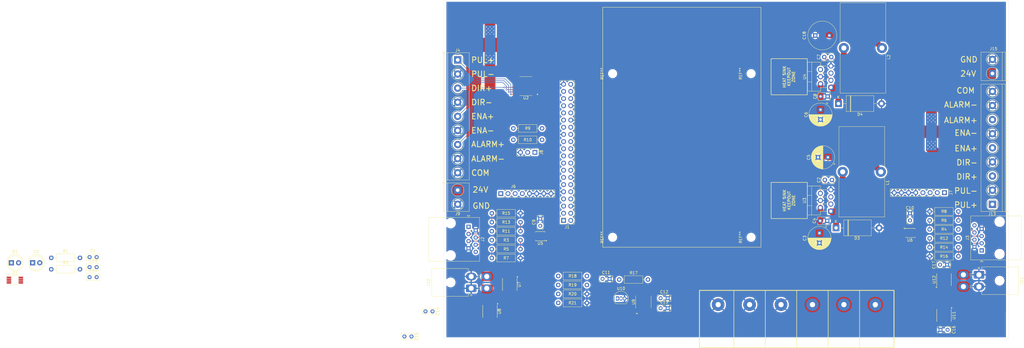
<source format=kicad_pcb>
(kicad_pcb (version 20240108) (generator "pcbnew") (generator_version "8.0")
  (layers (0 "F.Cu" signal) (31 "B.Cu" signal) (34 "B.Paste" user) (35 "F.Paste" user) (36 "B.SilkS" user "B.Silkscreen") (37 "F.SilkS" user "F.Silkscreen") (38 "B.Mask" user) (39 "F.Mask" user) (44 "Edge.Cuts" user))
  (net 0 "")
  (net 1 "+5V")
  (net 2 "Net-(D3-K)")
  (net 3 "Net-(U3-CB)")
  (net 4 "+24V")
  (net 5 "+12V")
  (net 6 "Net-(D4-K)")
  (net 7 "Net-(U4-CB)")
  (net 8 "Net-(U10-K)")
  (net 9 "+3.3V")
  (net 10 "Net-(D1-K)")
  (net 11 "LED1")
  (net 12 "LED2")
  (net 13 "Net-(D2-K)")
  (net 14 "SCL_3.3")
  (net 36 "SDA_3.3")
  (net 42 "DSCL1+")
  (net 43 "LIMIT_SW_LL")
  (net 44 "DSCL1-")
  (net 45 "DSDA1+")
  (net 46 "LIMIT_SW_LR")
  (net 47 "DSDA1-")
  (net 48 "DSCL2+")
  (net 49 "DSDA2+")
  (net 50 "LIMIT_SW_RR")
  (net 51 "DSCL2-")
  (net 52 "DSDA2-")
  (net 53 "LIMIT_SW_RL")
  (net 54 "Net-(J4-Pin_1)")
  (net 55 "Net-(J4-Pin_5)")
  (net 56 "Net-(J4-Pin_7)")
  (net 57 "Net-(J4-Pin_3)")
  (net 58 "SDA")
  (net 59 "SCL")
  (net 60 "Net-(J10-Pin_3)")
  (net 61 "Net-(J10-Pin_4)")
  (net 62 "Net-(J11-Pin_3)")
  (net 63 "Net-(J11-Pin_4)")
  (net 64 "Net-(J13-Pin_1)")
  (net 65 "Net-(J13-Pin_5)")
  (net 66 "Net-(J13-Pin_7)")
  (net 67 "Net-(J13-Pin_3)")
  (net 68 "Net-(U9-CH4)")
  (net 69 "Net-(U9-CH5)")
  (net 70 "PUL2+")
  (net 71 "ENA1+")
  (net 72 "ALARM2+")
  (net 73 "PUL1+")
  (net 74 "DIR2+")
  (net 75 "ENA2+")
  (net 76 "DIR1+")
  (net 77 "ALARM1+")
  (net 81 "Net-(U12-VOUT)")
  (net 82 "Net-(U11-VOUT)")
  (net 83 "Net-(U7-VOUT)")
  (net 84 "Net-(U8-VOUT)")
  (net 88 "GND")
  (footprint "TerminalBlock_Phoenix:TerminalBlock_Phoenix_PT-1,5-2-5.0-H_1x02_P5.00mm_Horizontal" (layer "F.Cu") (at 55.88 99.1 -90)
    (property "Reference" "J9")
    (property "Value" "Screw_Terminal_01x02")
  )
  (footprint "Resistor_THT:R_Axial_DIN0207_L6.3mm_D2.5mm_P10.16mm_Horizontal" (layer "F.Cu") (at 113.03 130.795)
    (property "Reference" "R17")
    (property "Value" "904R")
  )
  (footprint "Resistor_THT:R_Axial_DIN0207_L6.3mm_D2.5mm_P10.16mm_Horizontal" (layer "F.Cu") (at 67.945 107.3)
    (property "Reference" "R15")
    (property "Value" "120R")
  )
  (footprint "Resistor_THT:R_Axial_DIN0207_L6.3mm_D2.5mm_P10.16mm_Horizontal" (layer "F.Cu") (at -87.95 127.15)
    (property "Reference" "R2")
    (property "Value" "330R")
  )
  (footprint "Resistor_THT:R_Axial_DIN0207_L6.3mm_D2.5mm_P10.16mm_Horizontal" (layer "F.Cu") (at 67.945 123.175)
    (property "Reference" "R7")
    (property "Value" "120R")
  )
  (footprint "Connector_PinHeader_2.54mm:PinHeader_1x03_P2.54mm_Vertical" (layer "F.Cu") (at 83.185 85.725 -90)
    (property "Reference" "J8")
    (property "Value" "Conn_01x03")
  )
  (footprint "Capacitor_THT:CP_Radial_D8.0mm_P3.50mm" (layer "F.Cu") (at 184.259234 70.590765 -90)
    (property "Reference" "C6")
    (property "Value" "39uF")
  )
  (footprint "Package_TO_SOT_THT:TO-220-7_P2.54x3.7mm_StaggerOdd_Lead3.8mm_Vertical" (layer "F.Cu") (at 187.9122 106.58545 90)
    (property "Reference" "U3")
    (property "Value" "LM2678T-12")
  )
  (footprint "Capacitor_THT:C_Rect_L4.6mm_W2.0mm_P2.50mm_MKS02_FKP02" (layer "F.Cu") (at 127.675 140.955)
    (property "Reference" "C13")
    (property "Value" "1uF")
  )
  (footprint "Capacitor_THT:C_Rect_L4.6mm_W2.0mm_P2.50mm_MKS02_FKP02" (layer "F.Cu") (at 85.09 111.74 90)
    (property "Reference" "C9")
    (property "Value" "0.1uF")
  )
  (footprint "Package_SO:SOIC-8-N7_3.9x4.9mm_P1.27mm" (layer "F.Cu") (at 74.295 132.545 -90)
    (property "Reference" "U7")
    (property "Value" "TMCS1108A3BQDR")
  )
  (footprint "Capacitor_THT:C_Rect_L4.6mm_W2.0mm_P2.50mm_MKS02_FKP02" (layer "F.Cu") (at -74.39 129.95)
    (property "Reference" "C24")
    (property "Value" "0.1uF")
  )
  (footprint "Package_SO:SOIC-8-N7_3.9x4.9mm_P1.27mm" (layer "F.Cu") (at 227.965 143.51 -90)
    (property "Reference" "U11")
    (property "Value" "TMCS1108A3BQDR")
  )
  (footprint "Package_SO:TSSOP-16_4.4x5mm_P0.65mm" (layer "F.Cu") (at 121.565 138.7375 90)
    (property "Reference" "U9")
    (property "Value" "ADS7828")
  )
  (footprint "Capacitor_THT:C_Rect_L4.6mm_W2.0mm_P2.50mm_MKS02_FKP02" (layer "F.Cu") (at 46.97 142.07 180)
    (property "Reference" "C14")
    (property "Value" "0.1uF")
  )
  (footprint "Capacitor_THT:C_Rect_L4.0mm_W2.5mm_P2.50mm" (layer "F.Cu") (at 185.8022 95.48045)
    (property "Reference" "C2")
    (property "Value" "0.01uF")
  )
  (footprint "bh_footprint_library:Terminal_Block_8PCV-06-006" (layer "F.Cu") (at 210.262 134.68 180)
    (property "Reference" "J5")
    (property "Value" "8PCV-06-006")
  )
  (footprint "Capacitor_THT:CP_Radial_D8.0mm_P3.50mm" (layer "F.Cu") (at 186.8822 87.48045 180)
    (property "Reference" "C5")
    (property "Value" "180uF")
  )
  (footprint "Resistor_THT:R_Axial_DIN0207_L6.3mm_D2.5mm_P10.16mm_Horizontal" (layer "F.Cu") (at 75.565 77.215)
    (property "Reference" "R9")
    (property "Value" "10kR")
  )
  (footprint "Capacitor_THT:C_Rect_L4.6mm_W2.0mm_P2.50mm_MKS02_FKP02" (layer "F.Cu") (at 39.525 150.96 180)
    (property "Reference" "C15")
    (property "Value" "0.1uF")
  )
  (footprint "Resistor_THT:R_Axial_DIN0207_L6.3mm_D2.5mm_P10.16mm_Horizontal" (layer "F.Cu") (at 91.44 139.065)
    (property "Reference" "R21")
    (property "Value" "4k")
  )
  (footprint "Connector_PinHeader_2.54mm:PinHeader_1x08_P2.54mm_Vertical" (layer "F.Cu") (at 71.12 100.33 90)
    (property "Reference" "J6")
    (property "Value" "Conn_01x08")
  )
  (footprint "Resistor_THT:R_Axial_DIN0207_L6.3mm_D2.5mm_P10.16mm_Horizontal" (layer "F.Cu") (at 233.045 106.665 180)
    (property "Reference" "R8")
    (property "Value" "120R")
  )
  (footprint "Resistor_THT:R_Axial_DIN0207_L6.3mm_D2.5mm_P10.16mm_Horizontal" (layer "F.Cu") (at 78.105 110.475 180)
    (property "Reference" "R13")
    (property "Value" "600R")
  )
  (footprint "Capacitor_THT:C_Rect_L4.6mm_W2.0mm_P2.50mm_MKS02_FKP02" (layer "F.Cu") (at 107.13 130.545)
    (property "Reference" "C11")
    (property "Value" "0.1uF")
  )
  (footprint "Capacitor_THT:C_Rect_L4.0mm_W2.5mm_P2.50mm" (layer "F.Cu") (at 184.279234 65.893416)
    (property "Reference" "C8")
    (property "Value" "0.1uF")
  )
  (footprint "Package_SO:TSSOP-20_4.4x6.5mm_P0.65mm" (layer "F.Cu") (at 80.01 62.23 180)
    (property "Reference" "U2")
    (property "Value" "TXB0108PW")
  )
  (footprint "Package_SO:VSSOP-8_3x3mm_P0.65mm" (layer "F.Cu") (at -100.82 131)
    (property "Reference" "U1")
    (property "Value" "TCA9517ADGK")
  )
  (footprint "Capacitor_THT:C_Rect_L4.6mm_W2.0mm_P2.50mm_MKS02_FKP02" (layer "F.Cu") (at 215.92 109.84 90)
    (property "Reference" "C10")
    (property "Value" "0.1uF")
  )
  (footprint "Resistor_THT:R_Axial_DIN0207_L6.3mm_D2.5mm_P10.16mm_Horizontal" (layer "F.Cu") (at 67.945 116.825)
    (property "Reference" "R3")
    (property "Value" "120R")
  )
  (footprint "TerminalBlock_Phoenix:TerminalBlock_Phoenix_PT-1,5-2-5.0-H_1x02_P5.00mm_Horizontal" (layer "F.Cu") (at 245.11 57.77 90)
    (property "Reference" "J15")
    (property "Value" "Screw_Terminal_01x02")
  )
  (footprint "MountingHole:MountingHole_2.7mm_M2.5" (layer "F.Cu") (at 110.695 57.82 90)
    (property "Reference" "REF**")
    (property "Value" "MountingHole_2.7mm_M2.5")
  )
  (footprint "Inductor_THT:L_Toroid_Vertical_L31.8mm_W15.9mm_P13.50mm_Bourns_5700" (layer "F.Cu") (at 192.1122 92.61545 90)
    (property "Reference" "L1")
    (property "Value" "33uH")
  )
  (footprint "Resistor_THT:R_Axial_DIN0207_L6.3mm_D2.5mm_P10.16mm_Horizontal" (layer "F.Cu") (at 78.105 120 180)
    (property "Reference" "R5")
    (property "Value" "600R")
  )
  (footprint "Package_TO_SOT_THT:TO-220-7_P2.54x3.7mm_StaggerOdd_Lead3.8mm_Vertical" (layer "F.Cu") (at 187.959234 62.718416 90)
    (property "Reference" "U4")
    (property "Value" "LM2678T-5")
  )
  (footprint "Package_SO:SOIC-8-N7_3.9x4.9mm_P1.27mm" (layer "F.Cu") (at 227.965 130.81 90)
    (property "Reference" "U12")
    (property "Value" "TMCS1108A3BQDR")
  )
  (footprint "Resistor_THT:R_Axial_DIN0207_L6.3mm_D2.5mm_P10.16mm_Horizontal" (layer "F.Cu") (at 67.945 113.65)
    (property "Reference" "R11")
    (property "Value" "120R")
  )
  (footprint "Inductor_THT:L_Toroid_Vertical_L31.8mm_W15.9mm_P13.50mm_Bourns_5700" (layer "F.Cu") (at 192.514234 48.748416 90)
    (property "Reference" "L2")
    (property "Value" "15uH")
  )
  (footprint "MountingHole:MountingHole_2.7mm_M2.5" (layer "F.Cu") (at 159.695 57.82 90)
    (property "Reference" "REF**")
    (property "Value" "MountingHole_2.7mm_M2.5")
  )
  (footprint "Capacitor_THT:C_Rect_L4.0mm_W2.5mm_P2.50mm" (layer "F.Cu") (at 185.569234 51.923416)
    (property "Reference" "C7")
    (property "Value" "0.01uF")
  )
  (footprint "Capacitor_THT:C_Radial_D10.0mm_H12.5mm_P5.00mm" (layer "F.Cu") (at 187.394234 44.303416 180)
    (property "Reference" "C18")
    (property "Value" "330uF")
  )
  (footprint "Connector_PinHeader_2.54mm:PinHeader_1x08_P2.54mm_Vertical" (layer "F.Cu") (at 228.12 100 -90)
    (property "Reference" "J7")
    (property "Value" "Conn_01x08")
  )
  (footprint "Capacitor_THT:C_Rect_L4.6mm_W2.0mm_P2.50mm_MKS02_FKP02" (layer "F.Cu") (at -74.39 126.4)
    (property "Reference" "C23")
    (property "Value" "0.1uF")
  )
  (footprint "Diode_THT:D_DO-27_P15.24mm_Horizontal" (layer "F.Cu") (at 189.7622 112.48045)
    (property "Reference" "D3")
    (property "Value" "D_Schottky")
  )
  (footprint "Connector_RJ:RJ45_Amphenol_54602-x08_Horizontal" (layer "F.Cu") (at 59.71 112.0875 -90)
    (property "Reference" "J2")
    (property "Value" "8P8C_Shielded")
  )
  (footprint "Connector_PinHeader_2.54mm:PinHeader_2x20_P2.54mm_Vertical" (layer "F.Cu") (at 95.885 109.84 180)
    (property "Reference" "J1")
    (property "Value" "Raspberry_Pi_2_3")
  )
  (footprint "Capacitor_THT:CP_Radial_D8.0mm_P3.50mm" (layer "F.Cu") (at 183.8822 114.327799 -90)
    (property "Reference" "C3")
    (property "Value" "82uF")
  )
  (footprint "Resistor_THT:R_Axial_DIN0207_L6.3mm_D2.5mm_P10.16mm_Horizontal" (layer "F.Cu") (at 233.045 113.015 180)
    (property "Reference" "R4")
    (property "Value" "120R")
  )
  (footprint "Connector_Molex:Molex_Mini-Fit_Jr_5569-04A2_2x02_P4.20mm_Horizontal" (layer "F.Cu") (at 240.33 129.09 -90)
    (property "Reference" "J11")
    (property "Value" "Conn_02x02_Top_Bottom")
  )
  (footprint "Package_TO_SOT_THT:TO-92_Inline" (layer "F.Cu") (at 112.395 137.505)
    (property "Reference" "U10")
    (property "Value" "LM4040LP-4.1")
  )
  (footprint "Resistor_THT:R_Axial_DIN0207_L6.3mm_D2.5mm_P10.16mm_Horizontal" (layer "F.Cu") (at 91.44 132.715)
    (property "Reference" "R19")
    (property "Value" "1k")
  )
  (footprint "Package_SO:TSSOP-10_3x3mm_P0.5mm" (layer "F.Cu") (at 216.08174 114.285)
    (property "Reference" "U6")
    (property "Value" "PCA9615DP")
  )
  (footprint "Resistor_THT:R_Axial_DIN0207_L6.3mm_D2.5mm_P10.16mm_Horizontal" (layer "F.Cu") (at -87.95 123.1)
    (property "Reference" "R1")
    (property "Value" "330R")
  )
  (footprint "MountingHole:MountingHole_2.7mm_M2.5" (layer "F.Cu") (at 110.695 115.82 90)
    (property "Reference" "REF**")
    (property "Value" "MountingHole_2.7mm_M2.5")
  )
  (footprint "MountingHole:MountingHole_2.7mm_M2.5" (layer "F.Cu") (at 159.695 115.82 90)
    (property "Reference" "REF**")
    (property "Value" "MountingHole_2.7mm_M2.5")
  )
  (footprint "Connector_Molex:Molex_Mini-Fit_Jr_5569-04A2_2x02_P4.20mm_Horizontal" (layer "F.Cu") (at 60.66 133.9075 90)
    (property "Reference" "J10")
    (property "Value" "Conn_02x02_Top_Bottom")
  )
  (footprint "TerminalBlock_Phoenix:TerminalBlock_Phoenix_PT-1,5-9-5.0-H_1x09_P5.00mm_Horizontal" (layer "F.Cu") (at 55.87 52.95 -90)
    (property "Reference" "J4")
    (property "Value" "Screw_Terminal_01x09")
  )
  (footprint "Connector_RJ:RJ45_Amphenol_54602-x08_Horizontal" (layer "F.Cu") (at 241.28 120.4725 90)
    (property "Reference" "J3")
    (property "Value" "8P8C_Shielded")
  )
  (footprint "Package_SO:SOIC-8-N7_3.9x4.9mm_P1.27mm" (layer "F.Cu") (at 67.31 142.07 -90)
    (property "Reference" "U8")
    (property "Value" "TMCS1108A3BQDR")
  )
  (footprint "LED_THT:LED_D5.0mm_Clear" (layer "F.Cu") (at -102.05 124.85)
    (property "Reference" "D1")
    (property "Value" "LED")
  )
  (footprint "Diode_THT:D_DO-27_P15.24mm_Horizontal" (layer "F.Cu") (at 190.609234 68.433416)
    (property "Reference" "D4")
    (property "Value" "D_Schottky")
  )
  (footprint "Resistor_THT:R_Axial_DIN0207_L6.3mm_D2.5mm_P10.16mm_Horizontal" (layer "F.Cu") (at 233.045 122.54 180)
    (property "Reference" "R16")
    (property "Value" "120R")
  )
  (footprint "Resistor_THT:R_Axial_DIN0207_L6.3mm_D2.5mm_P10.16mm_Horizontal" (layer "F.Cu") (at 222.885 109.84)
    (property "Reference" "R6")
    (property "Value" "600R")
  )
  (footprint "Resistor_THT:R_Axial_DIN0207_L6.3mm_D2.5mm_P10.16mm_Horizontal" (layer "F.Cu") (at 91.44 135.89)
    (property "Reference" "R20")
    (property "Value" "1k")
  )
  (footprint "Resistor_THT:R_Axial_DIN0207_L6.3mm_D2.5mm_P10.16mm_Horizontal" (layer "F.Cu") (at 75.565 81.265)
    (property "Reference" "R10")
    (property "Value" "10kR")
  )
  (footprint "Capacitor_THT:C_Rect_L4.0mm_W2.5mm_P2.50mm" (layer "F.Cu") (at 184.1322 109.98045)
    (property "Reference" "C4")
    (property "Value" "0.1uF")
  )
  (footprint "Resistor_THT:R_Axial_DIN0207_L6.3mm_D2.5mm_P10.16mm_Horizontal" (layer "F.Cu") (at 233.045 116.19 180)
    (property "Reference" "R12")
    (property "Value" "120R")
  )
  (footprint "Capacitor_THT:C_Rect_L4.6mm_W2.0mm_P2.50mm_MKS02_FKP02" (layer "F.Cu") (at 127.675 137.405)
    (property "Reference" "C12")
    (property "Value" "0.1uF")
  )
  (footprint "Capacitor_THT:C_Rect_L4.6mm_W2.0mm_P2.50mm_MKS02_FKP02" (layer "F.Cu") (at 226.584 125.525)
    (property "Reference" "C17")
    (property "Value" "0.1uF")
  )
  (footprint "Resistor_THT:R_Axial_DIN0207_L6.3mm_D2.5mm_P10.16mm_Horizontal" (layer "F.Cu") (at 222.885 119.365)
    (property "Reference" "R14")
    (property "Value" "600R")
  )
  (footprint "Resistor_THT:R_Axial_DIN0207_L6.3mm_D2.5mm_P10.16mm_Horizontal" (layer "F.Cu") (at 91.44 129.54)
    (property "Reference" "R18")
    (property "Value" "3k")
  )
  (footprint "Capacitor_THT:C_Rect_L4.6mm_W2.0mm_P2.50mm_MKS02_FKP02" (layer "F.Cu") (at -74.39 122.85)
    (property "Reference" "C1")
    (property "Value" "0.1uF")
  )
  (footprint "TerminalBlock_Phoenix:TerminalBlock_Phoenix_PT-1,5-9-5.0-H_1x09_P5.00mm_Horizontal" (layer "F.Cu") (at 245.11 104.12 90)
    (property "Reference" "J13")
    (property "Value" "Screw_Terminal_01x09")
  )
  (footprint "Package_SO:TSSOP-10_3x3mm_P0.5mm" (layer "F.Cu") (at 85.09 115.42 180)
    (property "Reference" "U5")
    (property "Value" "PCA9615DP")
  )
  (footprint "LED_THT:LED_D5.0mm_Clear" (layer "F.Cu") (at -94.55 124.85)
    (property "Reference" "D2")
    (property "Value" "LED")
  )
  (footprint "Capacitor_THT:C_Rect_L4.6mm_W2.0mm_P2.50mm_MKS02_FKP02" (layer "F.Cu") (at 229.215 148.59 180)
    (property "Reference" "C16")
    (property "Value" "0.1uF")
  )
  (gr_rect (start 107.195 34.32) (end 163.195 119.32) (stroke (width 0.15)) (fill none) (layer "F.SilkS"))
  (gr_rect (start 166.770167 65.318971) (end 179.570167 52.518971) (stroke (width 0.2)) (fill none) (layer "F.SilkS"))
  (gr_rect (start 166.7922 109.17545) (end 179.5922 96.37545) (stroke (width 0.2)) (fill none) (layer "F.SilkS"))
  (gr_rect (start 50.87 31.75) (end 250.87 151.75) (stroke (width 0.05)) (fill none) (layer "Edge.Cuts"))
  (gr_text "24V" (at 60.97 100.125 0) (layer "F.SilkS") (effects (font (size 2 2) (thickness 0.3)) (justify left bottom)))
  (gr_text "ALARM-\n" (at 60.5 89.15 0) (layer "F.SilkS") (effects (font (size 2 2) (thickness 0.3)) (justify left bottom)))
  (gr_text "PUL+" (at 240 105.5 0) (layer "F.SilkS") (effects (font (size 2 2) (thickness 0.3)) (justify right bottom)))
  (gr_text "DIR-" (at 240 90.5 0) (layer "F.SilkS") (effects (font (size 2 2) (thickness 0.3)) (justify right bottom)))
  (gr_text "DIR+" (at 60.5 64.15 0) (layer "F.SilkS") (effects (font (size 2 2) (thickness 0.3)) (justify left bottom)))
  (gr_text "PUL+" (at 60.5 54.15 0) (layer "F.SilkS") (effects (font (size 2 2) (thickness 0.3)) (justify left bottom)))
  (gr_text "ALARM-\n" (at 240 70 0) (layer "F.SilkS") (effects (font (size 2 2) (thickness 0.3)) (justify right bottom)))
  (gr_text "COM" (at 60.5 94.15 0) (layer "F.SilkS") (effects (font (size 2 2) (thickness 0.3)) (justify left bottom)))
  (gr_text "ALARM+" (at 60.5 84 0) (layer "F.SilkS") (effects (font (size 2 2) (thickness 0.3)) (justify left bottom)))
  (gr_text "PUL-" (at 240 100.5 0) (layer "F.SilkS") (effects (font (size 2 2) (thickness 0.3)) (justify right bottom)))
  (gr_text "ENA+" (at 60.5 74.15 0) (layer "F.SilkS") (effects (font (size 2 2) (thickness 0.3)) (justify left bottom)))
  (gr_text "PUL-" (at 60.5 59.15 0) (layer "F.SilkS") (effects (font (size 2 2) (thickness 0.3)) (justify left bottom)))
  (gr_text "GND" (at 60.97 105.84 0) (layer "F.SilkS") (effects (font (size 2 2) (thickness 0.3)) (justify left bottom)))
  (gr_text "ENA+" (at 240 85.5 0) (layer "F.SilkS") (effects (font (size 2 2) (thickness 0.3)) (justify right bottom)))
  (gr_text "HEAT SINK\nKEEPOUT\nZONE" (at 175.3222 102.77545 90) (layer "F.SilkS") (effects (font (size 1 1) (thickness 0.2) (bold yes)) (justify bottom)))
  (gr_text "24V" (at 239.5 59 0) (layer "F.SilkS") (effects (font (size 2 2) (thickness 0.3)) (justify right bottom)))
  (gr_text "COM" (at 239 65 0) (layer "F.SilkS") (effects (font (size 2 2) (thickness 0.3)) (justify right bottom)))
  (gr_text "HEAT SINK\nKEEPOUT\nZONE" (at 175.300167 58.918971 90) (layer "F.SilkS") (effects (font (size 1 1) (thickness 0.2) (bold yes)) (justify bottom)))
  (gr_text "ALARM+" (at 240 75.5 0) (layer "F.SilkS") (effects (font (size 2 2) (thickness 0.3)) (justify right bottom)))
  (gr_text "DIR-" (at 60.5 69.15 0) (layer "F.SilkS") (effects (font (size 2 2) (thickness 0.3)) (justify left bottom)))
  (gr_text "DIR+" (at 240 95.5 0) (layer "F.SilkS") (effects (font (size 2 2) (thickness 0.3)) (justify right bottom)))
  (gr_text "ENA-\n" (at 240 80 0) (layer "F.SilkS") (effects (font (size 2 2) (thickness 0.3)) (justify right bottom)))
  (gr_text "ENA-\n" (at 60.5 79.15 0) (layer "F.SilkS") (effects (font (size 2 2) (thickness 0.3)) (justify left bottom)))
  (gr_text "GND" (at 240 54 0) (layer "F.SilkS") (effects (font (size 2 2) (thickness 0.3)) (justify right bottom)))
  (segment (start 206.014234 48.748416) (end 201.569234 44.303416) (width 2) (layer "F.Cu") (net 1))
  (segment (start 201.569234 44.303416) (end 187.394234 44.303416) (width 2) (layer "F.Cu") (net 1))
  (via (at 67.31 53.975) (size 0.6) (drill 0.3) (layers "F.Cu" "B.Cu") (net 1))
  (via (at 68.58 52.705) (size 0.6) (drill 0.3) (layers "F.Cu" "B.Cu") (net 1))
  (via (at 66.04 52.705) (size 0.6) (drill 0.3) (layers "F.Cu" "B.Cu") (net 1))
  (via (at 67.31 41.275) (size 0.6) (drill 0.3) (layers "F.Cu" "B.Cu") (net 1))
  (via (at 66.675 53.34) (size 0.6) (drill 0.3) (layers "F.Cu" "B.Cu") (net 1))
  (via (at 66.04 53.975) (size 0.6) (drill 0.3) (layers "F.Cu" "B.Cu") (net 1))
  (via (at 67.945 53.34) (size 0.6) (drill 0.3) (layers "F.Cu" "B.Cu") (net 1))
  (via (at 223.52 81.915) (size 0.6) (drill 0.3) (layers "F.Cu" "B.Cu") (net 1))
  (via (at 224.155 73.025) (size 0.6) (drill 0.3) (layers "F.Cu" "B.Cu") (net 1))
  (via (at 222.25 72.39) (size 0.6) (drill 0.3) (layers "F.Cu" "B.Cu") (net 1))
  (via (at 66.04 41.275) (size 0.6) (drill 0.3) (layers "F.Cu" "B.Cu") (net 1))
  (via (at 66.675 52.07) (size 0.6) (drill 0.3) (layers "F.Cu" "B.Cu") (net 1))
  (via (at 66.675 41.91) (size 0.6) (drill 0.3) (layers "F.Cu" "B.Cu") (net 1))
  (via (at 68.58 53.975) (size 0.6) (drill 0.3) (layers "F.Cu" "B.Cu") (net 1))
  (via (at 222.25 83.185) (size 0.6) (drill 0.3) (layers "F.Cu" "B.Cu") (net 1))
  (via (at 224.79 84.455) (size 0.6) (drill 0.3) (layers "F.Cu" "B.Cu") (net 1))
  (via (at 66.04 42.545) (size 0.6) (drill 0.3) (layers "F.Cu" "B.Cu") (net 1))
  (via (at 67.945 41.91) (size 0.6) (drill 0.3) (layers "F.Cu" "B.Cu") (net 1))
  (via (at 67.31 43.815) (size 0.6) (drill 0.3) (layers "F.Cu" "B.Cu") (net 1))
  (via (at 224.79 74.93) (size 0.6) (drill 0.3) (layers "F.Cu" "B.Cu") (net 1))
  (via (at 223.52 83.185) (size 0.6) (drill 0.3) (layers "F.Cu" "B.Cu") (net 1))
  (via (at 68.58 51.435) (size 0.6) (drill 0.3) (layers "F.Cu" "B.Cu") (net 1))
  (via (at 66.04 43.815) (size 0.6) (drill 0.3) (layers "F.Cu" "B.Cu") (net 1))
  (via (at 222.25 74.93) (size 0.6) (drill 0.3) (layers "F.Cu" "B.Cu") (net 1))
  (via (at 66.04 51.435) (size 0.6) (drill 0.3) (layers "F.Cu" "B.Cu") (net 1))
  (via (at 222.885 74.295) (size 0.6) (drill 0.3) (layers "F.Cu" "B.Cu") (net 1))
  (via (at 67.31 42.545) (size 0.6) (drill 0.3) (layers "F.Cu" "B.Cu") (net 1))
  (via (at 67.945 43.18) (size 0.6) (drill 0.3) (layers "F.Cu" "B.Cu") (net 1))
  (via (at 224.79 81.915) (size 0.6) (drill 0.3) (layers "F.Cu" "B.Cu") (net 1))
  (via (at 224.155 74.295) (size 0.6) (drill 0.3) (layers "F.Cu" "B.Cu") (net 1))
  (via (at 223.52 84.455) (size 0.6) (drill 0.3) (layers "F.Cu" "B.Cu") (net 1))
  (via (at 67.31 52.705) (size 0.6) (drill 0.3) (layers "F.Cu" "B.Cu") (net 1))
  (via (at 222.885 83.82) (size 0.6) (drill 0.3) (layers "F.Cu" "B.Cu") (net 1))
  (via (at 224.155 82.55) (size 0.6) (drill 0.3) (layers "F.Cu" "B.Cu") (net 1))
  (via (at 224.79 73.66) (size 0.6) (drill 0.3) (layers "F.Cu" "B.Cu") (net 1))
  (via (at 222.25 81.915) (size 0.6) (drill 0.3) (layers "F.Cu" "B.Cu") (net 1))
  (via (at 222.25 73.66) (size 0.6) (drill 0.3) (layers "F.Cu" "B.Cu") (net 1))
  (via (at 66.675 43.18) (size 0.6) (drill 0.3) (layers "F.Cu" "B.Cu") (net 1))
  (via (at 223.52 74.93) (size 0.6) (drill 0.3) (layers "F.Cu" "B.Cu") (net 1))
  (via (at 223.52 73.66) (size 0.6) (drill 0.3) (layers "F.Cu" "B.Cu") (net 1))
  (via (at 68.58 43.815) (size 0.6) (drill 0.3) (layers "F.Cu" "B.Cu") (net 1))
  (via (at 222.885 73.025) (size 0.6) (drill 0.3) (layers "F.Cu" "B.Cu") (net 1))
  (via (at 224.155 83.82) (size 0.6) (drill 0.3) (layers "F.Cu" "B.Cu") (net 1))
  (via (at 68.58 42.545) (size 0.6) (drill 0.3) (layers "F.Cu" "B.Cu") (net 1))
  (via (at 224.79 83.185) (size 0.6) (drill 0.3) (layers "F.Cu" "B.Cu") (net 1))
  (via (at 68.58 41.275) (size 0.6) (drill 0.3) (layers "F.Cu" "B.Cu") (net 1))
  (via (at 224.79 72.39) (size 0.6) (drill 0.3) (layers "F.Cu" "B.Cu") (net 1))
  (via (at 223.52 72.39) (size 0.6) (drill 0.3) (layers "F.Cu" "B.Cu") (net 1))
  (via (at 222.25 84.455) (size 0.6) (drill 0.3) (layers "F.Cu" "B.Cu") (net 1))
  (via (at 222.885 82.55) (size 0.6) (drill 0.3) (layers "F.Cu" "B.Cu") (net 1))
  (via (at 67.31 51.435) (size 0.6) (drill 0.3) (layers "F.Cu" "B.Cu") (net 1))
  (via (at 67.945 52.07) (size 0.6) (drill 0.3) (layers "F.Cu" "B.Cu") (net 1))
  (segment (start 188.1322 95.48045) (end 189.8822 97.23045) (width 0.2) (layer "F.Cu") (net 2))
  (segment (start 189.8822 104.61545) (end 187.9122 106.58545) (width 0.2) (layer "F.Cu") (net 2))
  (segment (start 189.7622 108.43545) (end 189.7622 112.48045) (width 2) (layer "F.Cu") (net 2))
  (segment (start 192.1122 105.95045) (end 192.1122 92.61545) (width 2) (layer "F.Cu") (net 2))
  (segment (start 191.4772 106.58545) (end 192.1122 105.95045) (width 2) (layer "F.Cu") (net 2))
  (segment (start 187.9122 106.58545) (end 191.4772 106.58545) (width 2) (layer "F.Cu") (net 2))
  (segment (start 187.9122 106.58545) (end 189.7622 108.43545) (width 2) (layer "F.Cu") (net 2))
  (segment (start 189.8822 97.23045) (end 189.8822 104.61545) (width 0.2) (layer "F.Cu") (net 2))
  (segment (start 185.8822 102.01545) (end 187.9122 104.04545) (width 0.2) (layer "F.Cu") (net 3))
  (segment (start 185.8822 95.73045) (end 185.8822 102.01545) (width 0.2) (layer "F.Cu") (net 3))
  (segment (start 185.6322 95.48045) (end 185.8822 95.73045) (width 0.2) (layer "F.Cu") (net 3))
  (segment (start 184.259234 65.913416) (end 184.279234 65.893416) (width 2) (layer "F.Cu") (net 4))
  (segment (start 184.259234 62.083416) (end 184.279234 62.103416) (width 2) (layer "F.Cu") (net 4))
  (segment (start 184.2122 105.31545) (end 184.2122 109.90045) (width 2) (layer "F.Cu") (net 4))
  (segment (start 183.8822 110.23045) (end 184.1322 109.98045) (width 2) (layer "F.Cu") (net 4))
  (segment (start 184.279234 62.103416) (end 184.279234 65.893416) (width 2) (layer "F.Cu") (net 4))
  (segment (start 184.259234 70.590765) (end 184.259234 65.913416) (width 2) (layer "F.Cu") (net 4))
  (segment (start 184.2122 109.90045) (end 184.1322 109.98045) (width 2) (layer "F.Cu") (net 4))
  (segment (start 184.259234 61.448416) (end 184.259234 62.083416) (width 2) (layer "F.Cu") (net 4))
  (segment (start 183.8822 114.327799) (end 183.8822 110.23045) (width 2) (layer "F.Cu") (net 4))
  (segment (start 200.4772 87.48045) (end 186.8822 87.48045) (width 2) (layer "F.Cu") (net 5))
  (segment (start 186.8822 90.48045) (end 186.8822 87.48045) (width 0.2) (layer "F.Cu") (net 5))
  (segment (start 205.6122 92.61545) (end 200.4772 87.48045) (width 2) (layer "F.Cu") (net 5))
  (segment (start 184.2122 100.23545) (end 184.2122 93.15045) (width 0.2) (layer "F.Cu") (net 5))
  (segment (start 184.2122 93.15045) (end 186.8822 90.48045) (width 0.2) (layer "F.Cu") (net 5))
  (segment (start 189.974234 53.828416) (end 189.974234 60.703416) (width 0.2) (layer "F.Cu") (net 6))
  (segment (start 187.959234 62.718416) (end 191.244234 62.718416) (width 2) (layer "F.Cu") (net 6))
  (segment (start 189.974234 60.703416) (end 187.959234 62.718416) (width 0.2) (layer "F.Cu") (net 6))
  (segment (start 188.069234 51.923416) (end 189.974234 53.828416) (width 0.2) (layer "F.Cu") (net 6))
  (segment (start 191.244234 62.718416) (end 192.514234 61.448416) (width 2) (layer "F.Cu") (net 6))
  (segment (start 190.609234 68.433416) (end 190.609234 65.368416) (width 2) (layer "F.Cu") (net 6))
  (segment (start 192.514234 61.448416) (end 192.514234 48.748416) (width 2) (layer "F.Cu") (net 6))
  (segment (start 190.609234 65.368416) (end 187.959234 62.718416) (width 2) (layer "F.Cu") (net 6))
  (segment (start 185.569234 51.923416) (end 186.164234 52.518416) (width 0.2) (layer "F.Cu") (net 7))
  (segment (start 186.164234 58.383416) (end 187.959234 60.178416) (width 0.2) (layer "F.Cu") (net 7))
  (segment (start 186.164234 52.518416) (end 186.164234 58.383416) (width 0.2) (layer "F.Cu") (net 7))
  (segment (start 63.1575 115.8975) (end 62.25 115.8975) (width 0.2) (layer "F.Cu") (net 42))
  (segment (start 78.105 112.043509) (end 78.099484 112.049025) (width 0.2) (layer "F.Cu") (net 42))
  (segment (start 81.915 114.92) (end 79.038509 112.043509) (width 0.2) (layer "F.Cu") (net 42))
  (segment (start 82.94 114.92) (end 81.915 114.92) (width 0.2) (layer "F.Cu") (net 42))
  (segment (start 78.105 113.65) (end 78.105 112.38) (width 0.2) (layer "F.Cu") (net 42))
  (segment (start 78.099484 112.049025) (end 67.005975 112.049025) (width 0.2) (layer "F.Cu") (net 42))
  (segment (start 67.005975 112.049025) (end 63.1575 115.8975) (width 0.2) (layer "F.Cu") (net 42))
  (segment (start 78.105 112.38) (end 78.105 110.475) (width 0.2) (layer "F.Cu") (net 42))
  (segment (start 79.038509 112.043509) (end 78.105 112.043509) (width 0.2) (layer "F.Cu") (net 42))
  (segment (start 67.012124 108.867876) (end 67.945 108.867876) (width 0.2) (layer "F.Cu") (net 44))
  (segment (start 80.645 110.475) (end 79.037876 108.867876) (width 0.2) (layer "F.Cu") (net 44))
  (segment (start 82.94 114.42) (end 82.05 114.42) (width 0.2) (layer "F.Cu") (net 44))
  (segment (start 62.803827 114.6275) (end 64.135 113.296327) (width 0.2) (layer "F.Cu") (net 44))
  (segment (start 64.135 113.296327) (end 64.135 111.745) (width 0.2) (layer "F.Cu") (net 44))
  (segment (start 64.135 111.745) (end 67.012124 108.867876) (width 0.2) (layer "F.Cu") (net 44))
  (segment (start 59.71 114.6275) (end 62.803827 114.6275) (width 0.2) (layer "F.Cu") (net 44))
  (segment (start 79.037876 108.867876) (end 67.945 108.867876) (width 0.2) (layer "F.Cu") (net 44))
  (segment (start 67.945 107.3) (end 67.945 108.867876) (width 0.2) (layer "F.Cu") (net 44))
  (segment (start 67.945 108.867876) (end 67.945 110.475) (width 0.2) (layer "F.Cu") (net 44))
  (segment (start 82.05 114.42) (end 80.645 113.015) (width 0.2) (layer "F.Cu") (net 44))
  (segment (start 80.645 113.015) (end 80.645 110.475) (width 0.2) (layer "F.Cu") (net 44))
  (segment (start 78.105 116.825) (end 78.105 118.095) (width 0.2) (layer "F.Cu") (net 45))
  (segment (start 81.917467 115.42) (end 78.928042 118.409425) (width 0.2) (layer "F.Cu") (net 45))
  (segment (start 65.287183 117.1675) (end 59.71 117.1675) (width 0.2) (layer "F.Cu") (net 45))
  (segment (start 78.928042 118.409425) (end 66.529108 118.409425) (width 0.2) (layer "F.Cu") (net 45))
  (segment (start 78.105 118.095) (end 78.105 120) (width 0.2) (layer "F.Cu") (net 45))
  (segment (start 82.94 115.42) (end 81.917467 115.42) (width 0.2) (layer "F.Cu") (net 45))
  (segment (start 66.529108 118.409425) (end 65.287183 117.1675) (width 0.2) (layer "F.Cu") (net 45))
  (segment (start 67.945 120) (end 67.945 121.27) (width 0.2) (layer "F.Cu") (net 47))
  (segment (start 80.645 117.44) (end 82.165 115.92) (width 0.2) (layer "F.Cu") (net 47))
  (segment (start 80.645 120) (end 80.645 117.44) (width 0.2) (layer "F.Cu") (net 47))
  (segment (start 67.945 121.27) (end 67.945 123.175) (width 0.2) (layer "F.Cu") (net 47))
  (segment (start 67.953615 121.59304) (end 79.05196 121.59304) (width 0.2) (layer "F.Cu") (net 47))
  (segment (start 66.989425 121.584425) (end 67.945 121.584425) (width 0.2) (layer "F.Cu") (net 47))
  (segment (start 62.25 118.4375) (end 63.8425 118.4375) (width 0.2) (layer "F.Cu") (net 47))
  (segment (start 82.165 115.92) (end 82.94 115.92) (width 0.2) (layer "F.Cu") (net 47))
  (segment (start 67.945 121.584425) (end 67.953615 121.59304) (width 0.2) (layer "F.Cu") (net 47))
  (segment (start 63.8425 118.4375) (end 66.989425 121.584425) (width 0.2) (layer "F.Cu") (net 47))
  (segment (start 79.05196 121.59304) (end 80.645 120) (width 0.2) (layer "F.Cu") (net 47))
  (segment (start 238.74 116.6625) (end 236.3825 116.6625) (width 0.2) (layer "F.Cu") (net 48))
  (segment (start 218.94 114.785) (end 221.931853 117.776853) (width 0.2) (layer "F.Cu") (net 48))
  (segment (start 218.23174 114.785) (end 218.94 114.785) (width 0.2) (layer "F.Cu") (net 48))
  (segment (start 235.268147 117.776853) (end 222.885 117.776853) (width 0.2) (layer "F.Cu") (net 48))
  (segment (start 236.3825 116.6625) (end 235.268147 117.776853) (width 0.2) (layer "F.Cu") (net 48))
  (segment (start 221.931853 117.776853) (end 222.885 117.776853) (width 0.2) (layer "F.Cu") (net 48))
  (segment (start 222.885 117.776853) (end 222.885 116.19) (width 0.2) (layer "F.Cu") (net 48))
  (segment (start 222.885 119.365) (end 222.885 117.776853) (width 0.2) (layer "F.Cu") (net 48))
  (segment (start 222.885 111.745) (end 222.885 111.420004) (width 0.2) (layer "F.Cu") (net 49))
  (segment (start 237.9625 115.3925) (end 233.990004 111.420004) (width 0.2) (layer "F.Cu") (net 49))
  (segment (start 233.990004 111.420004) (end 222.885 111.420004) (width 0.2) (layer "F.Cu") (net 49))
  (segment (start 222.885 113.015) (end 222.885 111.745) (width 0.2) (layer "F.Cu") (net 49))
  (segment (start 221.871736 111.420004) (end 219.00674 114.285) (width 0.2) (layer "F.Cu") (net 49))
  (segment (start 219.00674 114.285) (end 218.23174 114.285) (width 0.2) (layer "F.Cu") (net 49))
  (segment (start 241.28 115.3925) (end 237.9625 115.3925) (width 0.2) (layer "F.Cu") (net 49))
  (segment (start 222.885 111.420004) (end 222.885 109.84) (width 0.2) (layer "F.Cu") (net 49))
  (segment (start 222.885 111.420004) (end 221.871736 111.420004) (width 0.2) (layer "F.Cu") (net 49))
  (segment (start 220.345 116.825) (end 220.345 119.365) (width 0.2) (layer "F.Cu") (net 51))
  (segment (start 218.23174 115.285) (end 218.805 115.285) (width 0.2) (layer "F.Cu") (net 51))
  (segment (start 234.636188 120.948812) (end 233.045 120.948812) (width 0.2) (layer "F.Cu") (net 51))
  (segment (start 241.28 117.9325) (end 237.6525 117.9325) (width 0.2) (layer "F.Cu") (net 51))
  (segment (start 237.6525 117.9325) (end 234.636188 120.948812) (width 0.2) (layer "F.Cu") (net 51))
  (segment (start 233.045 120.948812) (end 233.045 122.54) (width 0.2) (layer "F.Cu") (net 51))
  (segment (start 233.045 119.365) (end 233.045 120.948812) (width 0.2) (layer "F.Cu") (net 51))
  (segment (start 218.805 115.285) (end 220.345 116.825) (width 0.2) (layer "F.Cu") (net 51))
  (segment (start 221.928812 120.948812) (end 233.045 120.948812) (width 0.2) (layer "F.Cu") (net 51))
  (segment (start 220.345 119.365) (end 221.928812 120.948812) (width 0.2) (layer "F.Cu") (net 51))
  (segment (start 220.345 112.38) (end 220.345 109.84) (width 0.2) (layer "F.Cu") (net 52))
  (segment (start 233.989542 108.244542) (end 235.585 109.84) (width 0.2) (layer "F.Cu") (net 52))
  (segment (start 233.045 106.665) (end 233.045 108.57) (width 0.2) (layer "F.Cu") (net 52))
  (segment (start 218.23174 113.785) (end 218.94 113.785) (width 0.2) (layer "F.Cu") (net 52))
  (segment (start 235.585 109.84) (end 235.585 110.9675) (width 0.2) (layer "F.Cu") (net 52))
  (segment (start 235.585 110.9675) (end 238.74 114.1225) (width 0.2) (layer "F.Cu") (net 52))
  (segment (start 220.345 109.84) (end 221.940458 108.244542) (width 0.2) (layer "F.Cu") (net 52))
  (segment (start 233.045 108.57) (end 233.045 109.84) (width 0.2) (layer "F.Cu") (net 52))
  (segment (start 218.94 113.785) (end 220.345 112.38) (width 0.2) (layer "F.Cu") (net 52))
  (segment (start 221.940458 108.244542) (end 233.989542 108.244542) (width 0.2) (layer "F.Cu") (net 52))
  (segment (start 77.1475 65.155) (end 74.676 65.155) (width 0.2) (layer "F.Cu") (net 54))
  (via (at 74.676 65.155) (size 0.6) (drill 0.3) (layers "F.Cu" "B.Cu") (net 54))
  (segment (start 62.61 59.69) (end 55.87 52.95) (width 0.2) (layer "B.Cu") (net 54))
  (segment (start 74.676 65.155) (end 74.676 61.6585) (width 0.2) (layer "B.Cu") (net 54))
  (segment (start 74.676 61.6585) (end 72.7075 59.69) (width 0.2) (layer "B.Cu") (net 54))
  (segment (start 72.7075 59.69) (end 62.61 59.69) (width 0.2) (layer "B.Cu") (net 54))
  (segment (start 75.733 63.205) (end 75.438 63.5) (width 0.2) (layer "F.Cu") (net 55))
  (segment (start 77.1475 63.205) (end 75.733 63.205) (width 0.2) (layer "F.Cu") (net 55))
  (segment (start 75.438 63.5) (end 73.152 63.5) (width 0.2) (layer "F.Cu") (net 55))
  (via (at 73.152 63.5) (size 0.6) (drill 0.3) (layers "F.Cu" "B.Cu") (net 55))
  (segment (start 73.152 62.255867) (end 71.856133 60.96) (width 0.2) (layer "B.Cu") (net 55))
  (segment (start 71.856133 60.96) (end 62.865 60.96) (width 0.2) (layer "B.Cu") (net 55))
  (segment (start 59.69 64.135) (end 59.69 69.13) (width 0.2) (layer "B.Cu") (net 55))
  (segment (start 62.865 60.96) (end 59.69 64.135) (width 0.2) (layer "B.Cu") (net 55))
  (segment (start 59.69 69.13) (end 55.87 72.95) (width 0.2) (layer "B.Cu") (net 55))
  (segment (start 73.152 63.5) (end 73.152 62.255867) (width 0.2) (layer "B.Cu") (net 55))
  (segment (start 75.328997 62.555) (end 77.1475 62.555) (width 0.2) (layer "F.Cu") (net 56))
  (segment (start 72.39 62.699997) (end 75.184 62.699997) (width 0.2) (layer "F.Cu") (net 56))
  (segment (start 75.184 62.699997) (end 75.328997 62.555) (width 0.2) (layer "F.Cu") (net 56))
  (via (at 72.39 62.699997) (size 0.6) (drill 0.3) (layers "F.Cu" "B.Cu") (net 56))
  (segment (start 60.96 64.77) (end 60.96 77.86) (width 0.2) (layer "B.Cu") (net 56))
  (segment (start 63.030003 62.699997) (end 60.96 64.77) (width 0.2) (layer "B.Cu") (net 56))
  (segment (start 72.39 62.699997) (end 63.030003 62.699997) (width 0.2) (layer "B.Cu") (net 56))
  (segment (start 60.96 77.86) (end 55.87 82.95) (width 0.2) (layer "B.Cu") (net 56))
  (segment (start 75.555497 64.300003) (end 73.914 64.300003) (width 0.2) (layer "F.Cu") (net 57))
  (segment (start 76.0005 63.855) (end 75.555497 64.300003) (width 0.2) (layer "F.Cu") (net 57))
  (segment (start 77.1475 63.855) (end 76.0005 63.855) (width 0.2) (layer "F.Cu") (net 57))
  (via (at 73.914 64.300003) (size 0.6) (drill 0.3) (layers "F.Cu" "B.Cu") (net 57))
  (segment (start 72.23756 60.325) (end 62.23 60.325) (width 0.2) (layer "B.Cu") (net 57))
  (segment (start 73.914 62.00144) (end 72.23756 60.325) (width 0.2) (layer "B.Cu") (net 57))
  (segment (start 73.914 64.300003) (end 73.914 62.00144) (width 0.2) (layer "B.Cu") (net 57))
  (segment (start 62.23 60.325) (end 59.605 62.95) (width 0.2) (layer "B.Cu") (net 57))
  (segment (start 59.605 62.95) (end 55.87 62.95) (width 0.2) (layer "B.Cu") (net 57))
  (segment (start 83.82 57.785) (end 88.9 57.785) (width 0.2) (layer "F.Cu") (net 64))
  (segment (start 88.9 57.785) (end 96.52 57.785) (width 0.2) (layer "F.Cu") (net 64))
  (segment (start 77.1475 61.905) (end 78.43 61.905) (width 0.2) (layer "F.Cu") (net 64))
  (segment (start 82.55 57.785) (end 83.82 57.785) (width 0.2) (layer "F.Cu") (net 64))
  (segment (start 78.43 61.905) (end 82.55 57.785) (width 0.2) (layer "F.Cu") (net 64))
  (segment (start 83.82 56.515) (end 88.9 56.515) (width 0.2) (layer "F.Cu") (net 65))
  (segment (start 77.1475 60.605) (end 78.46 60.605) (width 0.2) (layer "F.Cu") (net 65))
  (segment (start 78.46 60.605) (end 82.55 56.515) (width 0.2) (layer "F.Cu") (net 65))
  (segment (start 88.9 56.515) (end 96.52 56.515) (width 0.2) (layer "F.Cu") (net 65))
  (segment (start 82.55 56.515) (end 83.82 56.515) (width 0.2) (layer "F.Cu") (net 65))
  (segment (start 82.55 55.88) (end 83.82 55.88) (width 0.2) (layer "F.Cu") (net 66))
  (segment (start 88.9 55.88) (end 96.52 55.88) (width 0.2) (layer "F.Cu") (net 66))
  (segment (start 83.82 55.88) (end 88.9 55.88) (width 0.2) (layer "F.Cu") (net 66))
  (segment (start 77.1475 59.955) (end 78.475 59.955) (width 0.2) (layer "F.Cu") (net 66))
  (segment (start 78.475 59.955) (end 79.375 59.055) (width 0.2) (layer "F.Cu") (net 66))
  (segment (start 79.375 59.055) (end 82.55 55.88) (width 0.2) (layer "F.Cu") (net 66))
  (segment (start 81.915 57.785) (end 82.55 57.15) (width 0.2) (layer "F.Cu") (net 67))
  (segment (start 88.9 57.15) (end 96.52 57.15) (width 0.2) (layer "F.Cu") (net 67))
  (segment (start 83.82 57.15) (end 85.09 57.15) (width 0.2) (layer "F.Cu") (net 67))
  (segment (start 85.09 57.15) (end 88.9 57.15) (width 0.2) (layer "F.Cu") (net 67))
  (segment (start 77.1475 61.255) (end 78.445 61.255) (width 0.2) (layer "F.Cu") (net 67))
  (segment (start 78.445 61.255) (end 81.915 57.785) (width 0.2) (layer "F.Cu") (net 67))
  (segment (start 82.55 57.15) (end 83.82 57.15) (width 0.2) (layer "F.Cu") (net 67))
  (zone (net 1) (net_name "+5V") (layer "F.Cu") (priority 19) (connect_pads yes (clearance 0.5)) (min_thickness 0.25) (fill yes (thermal_gap 0.5) (thermal_bridge_width 0.5))
    (polygon (pts (xy 221.615 81.28) (xy 225.425 81.28) (xy 225.425 83.82) (xy 242.57 100.965) (xy 237.49 100.965) (xy 221.615 85.09)))
  )
  (zone (net 4) (net_name "+24V") (layer "F.Cu") (priority 16) (connect_pads yes (clearance 0.5)) (min_thickness 0.25) (fill yes (thermal_gap 0.5) (thermal_bridge_width 0.5))
    (polygon (pts (xy 59.055 100.965) (xy 53.975 100.965) (xy 53.975 97.155) (xy 59.055 97.155)))
  )
  (zone (net 1) (net_name "+5V") (layer "F.Cu") (priority 11) (connect_pads yes (clearance 0.5)) (min_thickness 0.25) (fill yes (thermal_gap 0.5) (thermal_bridge_width 0.5))
    (polygon (pts (xy 188.595 45.085) (xy 184.785 45.085) (xy 184.785 38.1) (xy 65.405 38.1) (xy 65.405 34.29) (xy 225.425 34.29) (xy 225.425 38.1) (xy 188.595 38.1)))
  )
  (zone (net 60) (net_name "Net-(J10-Pin_3)") (layer "F.Cu") (priority 5) (connect_pads yes (clearance 0.5)) (min_thickness 0.25) (fill yes (thermal_gap 0.5) (thermal_bridge_width 0.5))
    (polygon (pts (xy 64.262 132.545) (xy 68.326 132.545) (xy 68.326 136.101) (xy 67.056 136.101) (xy 67.056 140.165) (xy 64.262 140.165)))
  )
  (zone (net 4) (net_name "+24V") (layer "F.Cu") (priority 2) (connect_pads yes (clearance 0.5)) (min_thickness 0.25) (fill yes (thermal_gap 0.5) (thermal_bridge_width 0.5) (smoothing chamfer) (radius 1))
    (polygon (pts (xy 182.245 76.185) (xy 227.33 76.185) (xy 227.33 55.23) (xy 246.38 55.23) (xy 246.38 60.31) (xy 232.41 60.31) (xy 232.41 80.63) (xy 182.245 80.63)))
  )
  (zone (net 4) (net_name "+24V") (layer "F.Cu") (priority 3) (connect_pads yes (clearance 0.5)) (min_thickness 0.25) (fill yes (thermal_gap 0.5) (thermal_bridge_width 0.5))
    (polygon (pts (xy 173.355 76.185) (xy 120.65 76.185) (xy 120.65 45.07) (xy 58.88608 45.11903) (xy 58.88608 50.165) (xy 115.57 50.15) (xy 115.57 80.63) (xy 173.355 80.63)))
  )
  (zone (net 5) (net_name "+12V") (layer "F.Cu") (priority 4) (connect_pads yes (clearance 0.5)) (min_thickness 0.25) (fill yes (thermal_gap 0.5) (thermal_bridge_width 0.5))
    (polygon (pts (xy 185.42 88.25) (xy 185.42 81.265) (xy 214.63 81.265) (xy 214.63 85.075) (xy 210.82 85.075) (xy 210.82 85.075) (xy 188.595 85.075) (xy 188.595 88.25)))
  )
  (zone (net 63) (net_name "Net-(J11-Pin_4)") (layer "F.Cu") (priority 22) (connect_pads yes (clearance 0.5)) (min_thickness 0.25) (fill yes (thermal_gap 0.5) (thermal_bridge_width 0.5))
    (polygon (pts (xy 227.965 142.24) (xy 225.425 142.24) (xy 225.425 139.7) (xy 225.425 139.065) (xy 229.235 135.255) (xy 231.14 135.255) (xy 232.41 133.985) (xy 232.41 131.445) (xy 237.49 131.445) (xy 237.49 133.985) (xy 231.775 139.065) (xy 228.6 139.065) (xy 227.965 139.7)))
  )
  (zone (net 1) (net_name "+5V") (layer "F.Cu") (priority 12) (connect_pads yes (clearance 0.5)) (min_thickness 0.25) (fill yes (thermal_gap 0.5) (thermal_bridge_width 0.5))
    (polygon (pts (xy 65.405 38.1) (xy 69.215 38.1) (xy 69.215 44.45) (xy 65.405 44.45)))
  )
  (zone (net 5) (net_name "+12V") (layer "F.Cu") (priority 9) (connect_pads yes (clearance 0.5)) (min_thickness 0.25) (fill yes (thermal_gap 0.5) (thermal_bridge_width 0.5))
    (polygon (pts (xy 76.2 150.495) (xy 72.39 150.495) (xy 72.39 140.97) (xy 67.31 140.97) (xy 67.31 138.43) (xy 76.2 138.43)))
  )
  (zone (net 1) (net_name "+5V") (layer "F.Cu") (priority 10) (connect_pads yes (clearance 0.5)) (min_thickness 0.25) (fill yes (thermal_gap 0.5) (thermal_bridge_width 0.5))
    (polygon (pts (xy 243.205 142.24) (xy 228.219 142.24) (xy 228.219 139.7) (xy 243.205 139.7)))
  )
  (zone (net 61) (net_name "Net-(J10-Pin_4)") (layer "F.Cu") (priority 6) (connect_pads yes (clearance 0.5)) (min_thickness 0.25) (fill yes (thermal_gap 0.5) (thermal_bridge_width 0.5))
    (polygon (pts (xy 64.262 131.275) (xy 74.168 131.275) (xy 74.168 128.735) (xy 74.168 128.735) (xy 74.168 127.973) (xy 64.262 127.973)))
  )
  (zone (net 4) (net_name "+24V") (layer "F.Cu") (priority 1) (connect_pads yes (clearance 0.5)) (min_thickness 0.25) (fill yes (thermal_gap 0.5) (thermal_bridge_width 0.5))
    (polygon (pts (xy 173.355 143.495) (xy 210.185 143.495) (xy 210.185 134.45) (xy 182.245 134.45) (xy 182.245 116.19) (xy 185.42 116.19) (xy 185.42 112.38) (xy 182.245 112.38) (xy 182.245 72.375) (xy 186.055 72.375) (xy 186.055 68.565) (xy 173.355 68.565)))
  )
  (zone (net 4) (net_name "+24V") (layer "F.Cu") (priority 15) (connect_pads yes (clearance 0.5)) (min_thickness 0.25) (fill yes (thermal_gap 0.5) (thermal_bridge_width 0.5))
    (polygon (pts (xy 58.88608 50.165) (xy 64.135 50.165) (xy 64.135 100.965) (xy 59.055 100.965)))
  )
  (zone (net 5) (net_name "+12V") (layer "F.Cu") (priority 7) (connect_pads yes (clearance 0.5)) (min_thickness 0.25) (fill yes (thermal_gap 0.5) (thermal_bridge_width 0.5))
    (polygon (pts (xy 214.63 85.075) (xy 214.63 149.86) (xy 210.82 149.86) (xy 210.82 85.075)))
  )
  (zone (net 1) (net_name "+5V") (layer "F.Cu") (priority 17) (connect_pads yes (clearance 0.5)) (min_thickness 0.25) (fill yes (thermal_gap 0.5) (thermal_bridge_width 0.5))
    (polygon (pts (xy 225.425 38.1) (xy 221.615 38.1) (xy 221.615 75.565) (xy 225.425 75.565)))
  )
  (zone (net 5) (net_name "+12V") (layer "F.Cu") (priority 21) (connect_pads yes (clearance 0.5)) (min_thickness 0.25) (fill yes (thermal_gap 0.5) (thermal_bridge_width 0.5))
    (polygon (pts (xy 227.711 132.334) (xy 227.711 135.001) (xy 214.63 135.001) (xy 214.63 132.334)))
  )
  (zone (net 1) (net_name "+5V") (layer "F.Cu") (priority 14) (connect_pads yes (clearance 0.5)) (min_thickness 0.25) (fill yes (thermal_gap 0.5) (thermal_bridge_width 0.5))
    (polygon (pts (xy 65.405 50.8) (xy 69.215 50.8) (xy 69.215 104.775) (xy 65.405 104.775)))
  )
  (zone (net 62) (net_name "Net-(J11-Pin_3)") (layer "F.Cu") (priority 23) (connect_pads yes (clearance 0.5)) (min_thickness 0.25) (fill yes (thermal_gap 0.5) (thermal_bridge_width 0.5))
    (polygon (pts (xy 227.965 134.62) (xy 231.14 134.62) (xy 231.775 133.985) (xy 231.775 131.445) (xy 232.402256 130.81) (xy 237.49 130.81) (xy 237.49 127) (xy 233.045 127) (xy 232.41 127.635) (xy 227.965 132.08)))
  )
  (zone (net 5) (net_name "+12V") (layer "F.Cu") (priority 8) (connect_pads yes (clearance 0.5)) (min_thickness 0.25) (fill yes (thermal_gap 0.5) (thermal_bridge_width 0.5))
    (polygon (pts (xy 210.82 149.86) (xy 210.82 146.05) (xy 76.2 146.05) (xy 76.2 150.495)))
  )
  (zone (net 1) (net_name "+5V") (layer "F.Cu") (priority 20) (connect_pads yes (clearance 0.5)) (min_thickness 0.25) (fill yes (thermal_gap 0.5) (thermal_bridge_width 0.5))
    (polygon (pts (xy 242.57 100.965) (xy 242.57 106.68) (xy 249.89 114.3) (xy 249.89 142.24) (xy 243.205 142.24) (xy 243.205 114.3) (xy 237.49 108.585) (xy 237.49 100.965)))
  )
  (zone (net 88) (net_name "GND") (layer "B.Cu") (connect_pads (clearance 0.5)) (min_thickness 0.25) (fill yes (thermal_gap 0.5) (thermal_bridge_width 0.5))
    (polygon (pts (xy 51.87 32.35) (xy 249.87 32.35) (xy 249.87 151.35) (xy 51.87 151.35)))
  )
  (zone (net 1) (net_name "+5V") (layer "B.Cu") (priority 18) (connect_pads yes (clearance 0.5)) (min_thickness 0.25) (fill yes (thermal_gap 0.5) (thermal_bridge_width 0.5))
    (polygon (pts (xy 221.615 71.755) (xy 225.425 71.755) (xy 225.425 85.09) (xy 221.615 85.09)))
  )
  (zone (net 1) (net_name "+5V") (layer "B.Cu") (priority 13) (connect_pads yes (clearance 0.5)) (min_thickness 0.25) (fill yes (thermal_gap 0.5) (thermal_bridge_width 0.5))
    (polygon (pts (xy 65.405 40.64) (xy 69.215 40.64) (xy 69.215 54.61) (xy 65.405 54.61)))
  )
)
</source>
